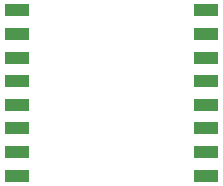
<source format=gbr>
G04 #@! TF.FileFunction,Paste,Bot*
%FSLAX46Y46*%
G04 Gerber Fmt 4.6, Leading zero omitted, Abs format (unit mm)*
G04 Created by KiCad (PCBNEW 4.0.4-stable) date 12/30/16 23:23:28*
%MOMM*%
%LPD*%
G01*
G04 APERTURE LIST*
%ADD10C,0.100000*%
%ADD11R,2.000000X1.000000*%
G04 APERTURE END LIST*
D10*
D11*
X175300000Y-121200000D03*
X175300000Y-119200000D03*
X175300000Y-117200000D03*
X175300000Y-115200000D03*
X175300000Y-113200000D03*
X175300000Y-111200000D03*
X175300000Y-109200000D03*
X175300000Y-107200000D03*
X191300000Y-107200000D03*
X191300000Y-109200000D03*
X191300000Y-111200000D03*
X191300000Y-113200000D03*
X191300000Y-115200000D03*
X191300000Y-117200000D03*
X191300000Y-119200000D03*
X191300000Y-121200000D03*
M02*

</source>
